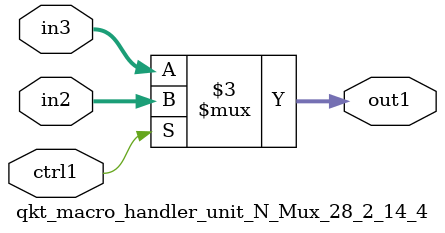
<source format=v>

`timescale 1ps / 1ps


module qkt_macro_handler_unit_N_Mux_28_2_14_4( in3, in2, ctrl1, out1 );

    input [27:0] in3;
    input [27:0] in2;
    input ctrl1;
    output [27:0] out1;
    reg [27:0] out1;

    
    // rtl_process:qkt_macro_handler_unit_N_Mux_28_2_14_4/qkt_macro_handler_unit_N_Mux_28_2_14_4_thread_1
    always @*
      begin : qkt_macro_handler_unit_N_Mux_28_2_14_4_thread_1
        case (ctrl1) 
          1'b1: 
            begin
              out1 = in2;
            end
          default: 
            begin
              out1 = in3;
            end
        endcase
      end

endmodule


</source>
